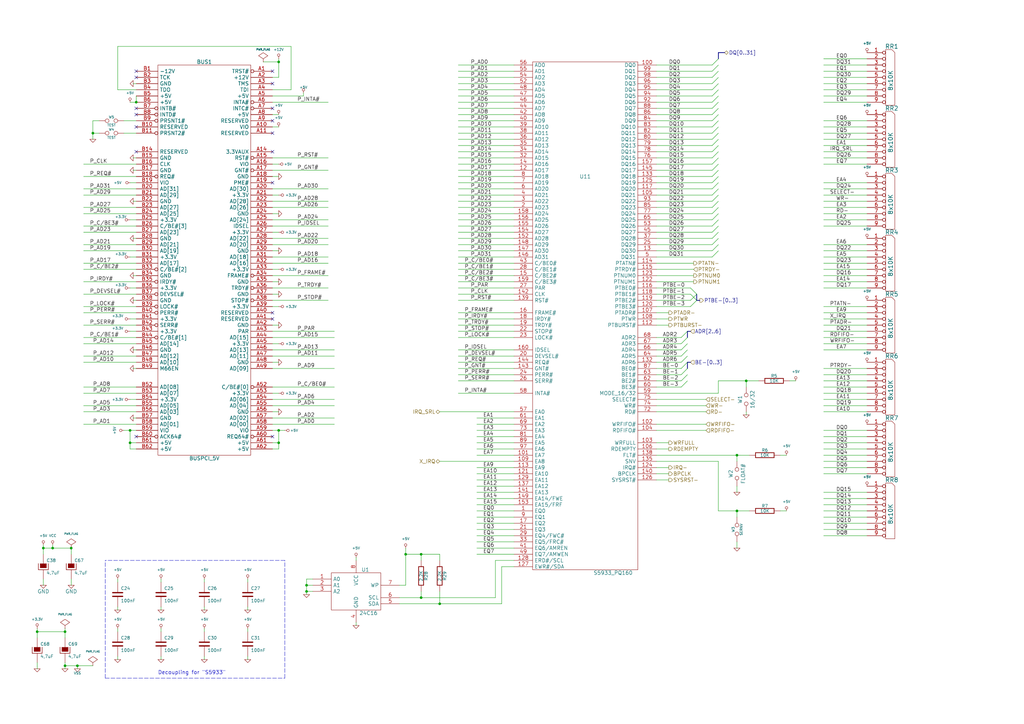
<source format=kicad_sch>
(kicad_sch (version 20210621) (generator eeschema)
  (paper "A3")
  (title_block (title "Video") (date "Sun 22 Mar 2015") (rev "2.0B") (company "Kicad EDA") (comment 1 "Interface Bus PCI"))
  (junction (at 15.24 259.08) (diameter 0.9144))
  (junction (at 17.78 224.79) (diameter 0.9144))
  (junction (at 21.59 224.79) (diameter 0.9144))
  (junction (at 26.67 259.08) (diameter 0.9144))
  (junction (at 26.67 273.05) (diameter 0.9144))
  (junction (at 29.21 224.79) (diameter 0.9144))
  (junction (at 31.75 273.05) (diameter 0.9144))
  (junction (at 38.1 54.61) (diameter 0.9144))
  (junction (at 53.34 176.53) (diameter 0.9144))
  (junction (at 53.34 181.61) (diameter 0.9144))
  (junction (at 55.88 41.91) (diameter 0.9144))
  (junction (at 114.3 25.4) (diameter 0.9144))
  (junction (at 114.3 176.53) (diameter 0.9144))
  (junction (at 114.3 181.61) (diameter 0.9144))
  (junction (at 125.73 240.03) (diameter 0.9144))
  (junction (at 125.73 242.57) (diameter 0.9144))
  (junction (at 166.37 227.33) (diameter 0.9144))
  (junction (at 172.72 227.33) (diameter 0.9144))
  (junction (at 172.72 245.11) (diameter 0.9144))
  (junction (at 180.34 247.65) (diameter 0.9144))
  (junction (at 302.26 186.69) (diameter 0.9144))
  (junction (at 302.26 209.55) (diameter 0.9144))
  (junction (at 306.07 156.21) (diameter 0.9144))
  (no_connect (at 55.88 29.21))
  (no_connect (at 55.88 31.75))
  (no_connect (at 55.88 44.45))
  (no_connect (at 55.88 46.99))
  (no_connect (at 55.88 52.07))
  (no_connect (at 55.88 62.23))
  (no_connect (at 55.88 179.07))
  (no_connect (at 111.76 29.21))
  (no_connect (at 111.76 34.29))
  (no_connect (at 111.76 44.45))
  (no_connect (at 111.76 49.53))
  (no_connect (at 111.76 54.61))
  (no_connect (at 111.76 62.23))
  (no_connect (at 111.76 74.93))
  (no_connect (at 111.76 128.27))
  (no_connect (at 111.76 130.81))
  (no_connect (at 111.76 179.07))
  (bus_entry (at 279.4 138.43) (size 2.54 -2.54) (stroke (width 0.1524)))
  (bus_entry (at 279.4 140.97) (size 2.54 -2.54) (stroke (width 0.1524)))
  (bus_entry (at 279.4 143.51) (size 2.54 -2.54) (stroke (width 0.1524)))
  (bus_entry (at 279.4 146.05) (size 2.54 -2.54) (stroke (width 0.1524)))
  (bus_entry (at 279.4 148.59) (size 2.54 -2.54) (stroke (width 0.1524)))
  (bus_entry (at 279.4 151.13) (size 2.54 -2.54) (stroke (width 0.1524)))
  (bus_entry (at 279.4 153.67) (size 2.54 -2.54) (stroke (width 0.1524)))
  (bus_entry (at 279.4 156.21) (size 2.54 -2.54) (stroke (width 0.1524)))
  (bus_entry (at 279.4 158.75) (size 2.54 -2.54) (stroke (width 0.1524)))
  (bus_entry (at 283.21 118.11) (size 2.54 2.54) (stroke (width 0.1524)))
  (bus_entry (at 283.21 120.65) (size 2.54 2.54) (stroke (width 0.1524)))
  (bus_entry (at 283.21 123.19) (size 2.54 -2.54) (stroke (width 0.1524)))
  (bus_entry (at 283.21 125.73) (size 2.54 -2.54) (stroke (width 0.1524)))
  (bus_entry (at 292.1 26.67) (size 2.54 -2.54) (stroke (width 0.1524)))
  (bus_entry (at 292.1 29.21) (size 2.54 -2.54) (stroke (width 0.1524)))
  (bus_entry (at 292.1 31.75) (size 2.54 -2.54) (stroke (width 0.1524)))
  (bus_entry (at 292.1 34.29) (size 2.54 -2.54) (stroke (width 0.1524)))
  (bus_entry (at 292.1 36.83) (size 2.54 -2.54) (stroke (width 0.1524)))
  (bus_entry (at 292.1 39.37) (size 2.54 -2.54) (stroke (width 0.1524)))
  (bus_entry (at 292.1 41.91) (size 2.54 -2.54) (stroke (width 0.1524)))
  (bus_entry (at 292.1 44.45) (size 2.54 -2.54) (stroke (width 0.1524)))
  (bus_entry (at 292.1 46.99) (size 2.54 -2.54) (stroke (width 0.1524)))
  (bus_entry (at 292.1 49.53) (size 2.54 -2.54) (stroke (width 0.1524)))
  (bus_entry (at 292.1 52.07) (size 2.54 -2.54) (stroke (width 0.1524)))
  (bus_entry (at 292.1 54.61) (size 2.54 -2.54) (stroke (width 0.1524)))
  (bus_entry (at 292.1 57.15) (size 2.54 -2.54) (stroke (width 0.1524)))
  (bus_entry (at 292.1 59.69) (size 2.54 -2.54) (stroke (width 0.1524)))
  (bus_entry (at 292.1 62.23) (size 2.54 -2.54) (stroke (width 0.1524)))
  (bus_entry (at 292.1 64.77) (size 2.54 -2.54) (stroke (width 0.1524)))
  (bus_entry (at 292.1 67.31) (size 2.54 -2.54) (stroke (width 0.1524)))
  (bus_entry (at 292.1 69.85) (size 2.54 -2.54) (stroke (width 0.1524)))
  (bus_entry (at 292.1 72.39) (size 2.54 -2.54) (stroke (width 0.1524)))
  (bus_entry (at 292.1 74.93) (size 2.54 -2.54) (stroke (width 0.1524)))
  (bus_entry (at 292.1 77.47) (size 2.54 -2.54) (stroke (width 0.1524)))
  (bus_entry (at 292.1 80.01) (size 2.54 -2.54) (stroke (width 0.1524)))
  (bus_entry (at 292.1 82.55) (size 2.54 -2.54) (stroke (width 0.1524)))
  (bus_entry (at 292.1 85.09) (size 2.54 -2.54) (stroke (width 0.1524)))
  (bus_entry (at 292.1 87.63) (size 2.54 -2.54) (stroke (width 0.1524)))
  (bus_entry (at 292.1 90.17) (size 2.54 -2.54) (stroke (width 0.1524)))
  (bus_entry (at 292.1 92.71) (size 2.54 -2.54) (stroke (width 0.1524)))
  (bus_entry (at 292.1 95.25) (size 2.54 -2.54) (stroke (width 0.1524)))
  (bus_entry (at 292.1 97.79) (size 2.54 -2.54) (stroke (width 0.1524)))
  (bus_entry (at 292.1 100.33) (size 2.54 -2.54) (stroke (width 0.1524)))
  (bus_entry (at 292.1 102.87) (size 2.54 -2.54) (stroke (width 0.1524)))
  (bus_entry (at 292.1 105.41) (size 2.54 -2.54) (stroke (width 0.1524)))
  (wire (pts (xy 15.24 257.81) (xy 15.24 259.08)))
  (wire (pts (xy 15.24 259.08) (xy 15.24 261.62)))
  (wire (pts (xy 15.24 259.08) (xy 26.67 259.08)))
  (wire (pts (xy 15.24 271.78) (xy 15.24 274.32)))
  (wire (pts (xy 17.78 223.52) (xy 17.78 224.79)))
  (wire (pts (xy 17.78 224.79) (xy 17.78 227.33)))
  (wire (pts (xy 17.78 224.79) (xy 21.59 224.79)))
  (wire (pts (xy 17.78 237.49) (xy 17.78 240.03)))
  (wire (pts (xy 21.59 223.52) (xy 21.59 224.79)))
  (wire (pts (xy 21.59 224.79) (xy 29.21 224.79)))
  (wire (pts (xy 26.67 257.81) (xy 26.67 259.08)))
  (wire (pts (xy 26.67 259.08) (xy 26.67 261.62)))
  (wire (pts (xy 26.67 271.78) (xy 26.67 273.05)))
  (wire (pts (xy 26.67 273.05) (xy 26.67 274.32)))
  (wire (pts (xy 26.67 273.05) (xy 31.75 273.05)))
  (wire (pts (xy 29.21 224.79) (xy 29.21 227.33)))
  (wire (pts (xy 29.21 237.49) (xy 29.21 240.03)))
  (wire (pts (xy 31.75 273.05) (xy 31.75 274.32)))
  (wire (pts (xy 31.75 273.05) (xy 38.1 273.05)))
  (wire (pts (xy 34.29 67.31) (xy 55.88 67.31)))
  (wire (pts (xy 34.29 72.39) (xy 55.88 72.39)))
  (wire (pts (xy 34.29 77.47) (xy 55.88 77.47)))
  (wire (pts (xy 34.29 80.01) (xy 55.88 80.01)))
  (wire (pts (xy 34.29 85.09) (xy 55.88 85.09)))
  (wire (pts (xy 34.29 87.63) (xy 55.88 87.63)))
  (wire (pts (xy 34.29 92.71) (xy 55.88 92.71)))
  (wire (pts (xy 34.29 95.25) (xy 55.88 95.25)))
  (wire (pts (xy 34.29 100.33) (xy 55.88 100.33)))
  (wire (pts (xy 34.29 102.87) (xy 55.88 102.87)))
  (wire (pts (xy 34.29 107.95) (xy 55.88 107.95)))
  (wire (pts (xy 34.29 110.49) (xy 55.88 110.49)))
  (wire (pts (xy 34.29 115.57) (xy 55.88 115.57)))
  (wire (pts (xy 34.29 120.65) (xy 55.88 120.65)))
  (wire (pts (xy 34.29 125.73) (xy 55.88 125.73)))
  (wire (pts (xy 34.29 128.27) (xy 55.88 128.27)))
  (wire (pts (xy 34.29 133.35) (xy 55.88 133.35)))
  (wire (pts (xy 34.29 138.43) (xy 55.88 138.43)))
  (wire (pts (xy 34.29 140.97) (xy 55.88 140.97)))
  (wire (pts (xy 34.29 146.05) (xy 55.88 146.05)))
  (wire (pts (xy 34.29 148.59) (xy 55.88 148.59)))
  (wire (pts (xy 34.29 158.75) (xy 55.88 158.75)))
  (wire (pts (xy 34.29 161.29) (xy 55.88 161.29)))
  (wire (pts (xy 34.29 166.37) (xy 55.88 166.37)))
  (wire (pts (xy 34.29 168.91) (xy 55.88 168.91)))
  (wire (pts (xy 34.29 173.99) (xy 55.88 173.99)))
  (wire (pts (xy 38.1 49.53) (xy 38.1 54.61)))
  (wire (pts (xy 38.1 54.61) (xy 38.1 57.15)))
  (wire (pts (xy 38.1 54.61) (xy 40.64 54.61)))
  (wire (pts (xy 40.64 49.53) (xy 38.1 49.53)))
  (wire (pts (xy 48.26 19.05) (xy 119.38 19.05)))
  (wire (pts (xy 48.26 36.83) (xy 48.26 19.05)))
  (wire (pts (xy 48.26 237.49) (xy 48.26 238.76)))
  (wire (pts (xy 48.26 248.92) (xy 48.26 250.19)))
  (wire (pts (xy 48.26 257.81) (xy 48.26 259.08)))
  (wire (pts (xy 48.26 269.24) (xy 48.26 270.51)))
  (wire (pts (xy 50.8 49.53) (xy 55.88 49.53)))
  (wire (pts (xy 50.8 54.61) (xy 55.88 54.61)))
  (wire (pts (xy 50.8 176.53) (xy 53.34 176.53)))
  (wire (pts (xy 53.34 74.93) (xy 55.88 74.93)))
  (wire (pts (xy 53.34 90.17) (xy 55.88 90.17)))
  (wire (pts (xy 53.34 105.41) (xy 55.88 105.41)))
  (wire (pts (xy 53.34 118.11) (xy 55.88 118.11)))
  (wire (pts (xy 53.34 130.81) (xy 55.88 130.81)))
  (wire (pts (xy 53.34 135.89) (xy 55.88 135.89)))
  (wire (pts (xy 53.34 163.83) (xy 55.88 163.83)))
  (wire (pts (xy 53.34 176.53) (xy 53.34 181.61)))
  (wire (pts (xy 53.34 176.53) (xy 55.88 176.53)))
  (wire (pts (xy 53.34 181.61) (xy 53.34 184.15)))
  (wire (pts (xy 53.34 181.61) (xy 55.88 181.61)))
  (wire (pts (xy 53.34 184.15) (xy 55.88 184.15)))
  (wire (pts (xy 54.61 69.85) (xy 55.88 69.85)))
  (wire (pts (xy 54.61 82.55) (xy 55.88 82.55)))
  (wire (pts (xy 54.61 97.79) (xy 55.88 97.79)))
  (wire (pts (xy 54.61 143.51) (xy 55.88 143.51)))
  (wire (pts (xy 54.61 171.45) (xy 55.88 171.45)))
  (wire (pts (xy 55.88 34.29) (xy 54.61 34.29)))
  (wire (pts (xy 55.88 36.83) (xy 48.26 36.83)))
  (wire (pts (xy 55.88 39.37) (xy 55.88 41.91)))
  (wire (pts (xy 55.88 41.91) (xy 53.34 41.91)))
  (wire (pts (xy 55.88 64.77) (xy 54.61 64.77)))
  (wire (pts (xy 55.88 113.03) (xy 54.61 113.03)))
  (wire (pts (xy 55.88 123.19) (xy 54.61 123.19)))
  (wire (pts (xy 55.88 151.13) (xy 54.61 151.13)))
  (wire (pts (xy 66.04 238.76) (xy 66.04 237.49)))
  (wire (pts (xy 66.04 250.19) (xy 66.04 248.92)))
  (wire (pts (xy 66.04 257.81) (xy 66.04 259.08)))
  (wire (pts (xy 66.04 269.24) (xy 66.04 270.51)))
  (wire (pts (xy 83.82 237.49) (xy 83.82 238.76)))
  (wire (pts (xy 83.82 250.19) (xy 83.82 248.92)))
  (wire (pts (xy 83.82 259.08) (xy 83.82 257.81)))
  (wire (pts (xy 83.82 269.24) (xy 83.82 270.51)))
  (wire (pts (xy 101.6 237.49) (xy 101.6 238.76)))
  (wire (pts (xy 101.6 250.19) (xy 101.6 248.92)))
  (wire (pts (xy 101.6 257.81) (xy 101.6 259.08)))
  (wire (pts (xy 101.6 269.24) (xy 101.6 270.51)))
  (wire (pts (xy 107.95 25.4) (xy 114.3 25.4)))
  (wire (pts (xy 111.76 36.83) (xy 119.38 36.83)))
  (wire (pts (xy 111.76 39.37) (xy 124.46 39.37)))
  (wire (pts (xy 111.76 41.91) (xy 134.62 41.91)))
  (wire (pts (xy 111.76 46.99) (xy 114.3 46.99)))
  (wire (pts (xy 111.76 52.07) (xy 114.3 52.07)))
  (wire (pts (xy 111.76 64.77) (xy 134.62 64.77)))
  (wire (pts (xy 111.76 67.31) (xy 114.3 67.31)))
  (wire (pts (xy 111.76 69.85) (xy 134.62 69.85)))
  (wire (pts (xy 111.76 72.39) (xy 114.3 72.39)))
  (wire (pts (xy 111.76 77.47) (xy 134.62 77.47)))
  (wire (pts (xy 111.76 80.01) (xy 114.3 80.01)))
  (wire (pts (xy 111.76 82.55) (xy 134.62 82.55)))
  (wire (pts (xy 111.76 85.09) (xy 134.62 85.09)))
  (wire (pts (xy 111.76 87.63) (xy 114.3 87.63)))
  (wire (pts (xy 111.76 90.17) (xy 134.62 90.17)))
  (wire (pts (xy 111.76 92.71) (xy 134.62 92.71)))
  (wire (pts (xy 111.76 95.25) (xy 114.3 95.25)))
  (wire (pts (xy 111.76 97.79) (xy 134.62 97.79)))
  (wire (pts (xy 111.76 100.33) (xy 134.62 100.33)))
  (wire (pts (xy 111.76 102.87) (xy 114.3 102.87)))
  (wire (pts (xy 111.76 105.41) (xy 134.62 105.41)))
  (wire (pts (xy 111.76 107.95) (xy 134.62 107.95)))
  (wire (pts (xy 111.76 110.49) (xy 114.3 110.49)))
  (wire (pts (xy 111.76 113.03) (xy 134.62 113.03)))
  (wire (pts (xy 111.76 115.57) (xy 114.3 115.57)))
  (wire (pts (xy 111.76 118.11) (xy 134.62 118.11)))
  (wire (pts (xy 111.76 120.65) (xy 114.3 120.65)))
  (wire (pts (xy 111.76 123.19) (xy 134.62 123.19)))
  (wire (pts (xy 111.76 125.73) (xy 114.3 125.73)))
  (wire (pts (xy 111.76 133.35) (xy 114.3 133.35)))
  (wire (pts (xy 111.76 135.89) (xy 137.16 135.89)))
  (wire (pts (xy 111.76 138.43) (xy 137.16 138.43)))
  (wire (pts (xy 111.76 140.97) (xy 114.3 140.97)))
  (wire (pts (xy 111.76 143.51) (xy 137.16 143.51)))
  (wire (pts (xy 111.76 146.05) (xy 137.16 146.05)))
  (wire (pts (xy 111.76 148.59) (xy 114.3 148.59)))
  (wire (pts (xy 111.76 151.13) (xy 137.16 151.13)))
  (wire (pts (xy 111.76 158.75) (xy 137.16 158.75)))
  (wire (pts (xy 111.76 161.29) (xy 114.3 161.29)))
  (wire (pts (xy 111.76 163.83) (xy 137.16 163.83)))
  (wire (pts (xy 111.76 166.37) (xy 137.16 166.37)))
  (wire (pts (xy 111.76 168.91) (xy 114.3 168.91)))
  (wire (pts (xy 111.76 171.45) (xy 137.16 171.45)))
  (wire (pts (xy 111.76 173.99) (xy 137.16 173.99)))
  (wire (pts (xy 111.76 176.53) (xy 114.3 176.53)))
  (wire (pts (xy 111.76 181.61) (xy 114.3 181.61)))
  (wire (pts (xy 114.3 24.13) (xy 114.3 25.4)))
  (wire (pts (xy 114.3 25.4) (xy 114.3 31.75)))
  (wire (pts (xy 114.3 31.75) (xy 111.76 31.75)))
  (wire (pts (xy 114.3 176.53) (xy 114.3 181.61)))
  (wire (pts (xy 114.3 176.53) (xy 116.84 176.53)))
  (wire (pts (xy 114.3 181.61) (xy 114.3 184.15)))
  (wire (pts (xy 114.3 184.15) (xy 111.76 184.15)))
  (wire (pts (xy 119.38 36.83) (xy 119.38 19.05)))
  (wire (pts (xy 124.46 39.37) (xy 124.46 38.1)))
  (wire (pts (xy 125.73 237.49) (xy 125.73 240.03)))
  (wire (pts (xy 125.73 237.49) (xy 128.27 237.49)))
  (wire (pts (xy 125.73 240.03) (xy 125.73 242.57)))
  (wire (pts (xy 125.73 240.03) (xy 128.27 240.03)))
  (wire (pts (xy 125.73 242.57) (xy 125.73 243.84)))
  (wire (pts (xy 125.73 242.57) (xy 128.27 242.57)))
  (wire (pts (xy 146.05 228.6) (xy 146.05 229.87)))
  (wire (pts (xy 146.05 255.27) (xy 146.05 256.54)))
  (wire (pts (xy 163.83 245.11) (xy 172.72 245.11)))
  (wire (pts (xy 163.83 247.65) (xy 180.34 247.65)))
  (wire (pts (xy 166.37 224.79) (xy 166.37 227.33)))
  (wire (pts (xy 166.37 227.33) (xy 166.37 240.03)))
  (wire (pts (xy 166.37 227.33) (xy 172.72 227.33)))
  (wire (pts (xy 166.37 240.03) (xy 163.83 240.03)))
  (wire (pts (xy 172.72 227.33) (xy 172.72 229.87)))
  (wire (pts (xy 172.72 227.33) (xy 180.34 227.33)))
  (wire (pts (xy 172.72 242.57) (xy 172.72 245.11)))
  (wire (pts (xy 172.72 245.11) (xy 203.2 245.11)))
  (wire (pts (xy 180.34 168.91) (xy 210.82 168.91)))
  (wire (pts (xy 180.34 189.23) (xy 210.82 189.23)))
  (wire (pts (xy 180.34 227.33) (xy 180.34 229.87)))
  (wire (pts (xy 180.34 242.57) (xy 180.34 247.65)))
  (wire (pts (xy 180.34 247.65) (xy 205.74 247.65)))
  (wire (pts (xy 187.96 26.67) (xy 210.82 26.67)))
  (wire (pts (xy 187.96 29.21) (xy 210.82 29.21)))
  (wire (pts (xy 187.96 31.75) (xy 210.82 31.75)))
  (wire (pts (xy 187.96 34.29) (xy 210.82 34.29)))
  (wire (pts (xy 187.96 36.83) (xy 210.82 36.83)))
  (wire (pts (xy 187.96 39.37) (xy 210.82 39.37)))
  (wire (pts (xy 187.96 41.91) (xy 210.82 41.91)))
  (wire (pts (xy 187.96 44.45) (xy 210.82 44.45)))
  (wire (pts (xy 187.96 46.99) (xy 210.82 46.99)))
  (wire (pts (xy 187.96 49.53) (xy 210.82 49.53)))
  (wire (pts (xy 187.96 52.07) (xy 210.82 52.07)))
  (wire (pts (xy 187.96 54.61) (xy 210.82 54.61)))
  (wire (pts (xy 187.96 57.15) (xy 210.82 57.15)))
  (wire (pts (xy 187.96 59.69) (xy 210.82 59.69)))
  (wire (pts (xy 187.96 62.23) (xy 210.82 62.23)))
  (wire (pts (xy 187.96 64.77) (xy 210.82 64.77)))
  (wire (pts (xy 187.96 67.31) (xy 210.82 67.31)))
  (wire (pts (xy 187.96 69.85) (xy 210.82 69.85)))
  (wire (pts (xy 187.96 72.39) (xy 210.82 72.39)))
  (wire (pts (xy 187.96 74.93) (xy 210.82 74.93)))
  (wire (pts (xy 187.96 77.47) (xy 210.82 77.47)))
  (wire (pts (xy 187.96 80.01) (xy 210.82 80.01)))
  (wire (pts (xy 187.96 82.55) (xy 210.82 82.55)))
  (wire (pts (xy 187.96 85.09) (xy 210.82 85.09)))
  (wire (pts (xy 187.96 87.63) (xy 210.82 87.63)))
  (wire (pts (xy 187.96 90.17) (xy 210.82 90.17)))
  (wire (pts (xy 187.96 92.71) (xy 210.82 92.71)))
  (wire (pts (xy 187.96 95.25) (xy 210.82 95.25)))
  (wire (pts (xy 187.96 97.79) (xy 210.82 97.79)))
  (wire (pts (xy 187.96 100.33) (xy 210.82 100.33)))
  (wire (pts (xy 187.96 102.87) (xy 210.82 102.87)))
  (wire (pts (xy 187.96 105.41) (xy 210.82 105.41)))
  (wire (pts (xy 187.96 107.95) (xy 210.82 107.95)))
  (wire (pts (xy 187.96 110.49) (xy 210.82 110.49)))
  (wire (pts (xy 187.96 113.03) (xy 210.82 113.03)))
  (wire (pts (xy 187.96 115.57) (xy 210.82 115.57)))
  (wire (pts (xy 187.96 118.11) (xy 210.82 118.11)))
  (wire (pts (xy 187.96 120.65) (xy 210.82 120.65)))
  (wire (pts (xy 187.96 123.19) (xy 210.82 123.19)))
  (wire (pts (xy 187.96 128.27) (xy 210.82 128.27)))
  (wire (pts (xy 187.96 130.81) (xy 210.82 130.81)))
  (wire (pts (xy 187.96 133.35) (xy 210.82 133.35)))
  (wire (pts (xy 187.96 135.89) (xy 210.82 135.89)))
  (wire (pts (xy 187.96 138.43) (xy 210.82 138.43)))
  (wire (pts (xy 187.96 143.51) (xy 210.82 143.51)))
  (wire (pts (xy 187.96 146.05) (xy 210.82 146.05)))
  (wire (pts (xy 187.96 148.59) (xy 210.82 148.59)))
  (wire (pts (xy 187.96 151.13) (xy 210.82 151.13)))
  (wire (pts (xy 187.96 153.67) (xy 210.82 153.67)))
  (wire (pts (xy 187.96 156.21) (xy 210.82 156.21)))
  (wire (pts (xy 187.96 161.29) (xy 210.82 161.29)))
  (wire (pts (xy 195.58 171.45) (xy 210.82 171.45)))
  (wire (pts (xy 195.58 173.99) (xy 210.82 173.99)))
  (wire (pts (xy 195.58 176.53) (xy 210.82 176.53)))
  (wire (pts (xy 195.58 179.07) (xy 210.82 179.07)))
  (wire (pts (xy 195.58 181.61) (xy 210.82 181.61)))
  (wire (pts (xy 195.58 184.15) (xy 210.82 184.15)))
  (wire (pts (xy 195.58 186.69) (xy 210.82 186.69)))
  (wire (pts (xy 195.58 191.77) (xy 210.82 191.77)))
  (wire (pts (xy 195.58 194.31) (xy 210.82 194.31)))
  (wire (pts (xy 195.58 196.85) (xy 210.82 196.85)))
  (wire (pts (xy 195.58 199.39) (xy 210.82 199.39)))
  (wire (pts (xy 195.58 201.93) (xy 210.82 201.93)))
  (wire (pts (xy 195.58 204.47) (xy 210.82 204.47)))
  (wire (pts (xy 195.58 207.01) (xy 210.82 207.01)))
  (wire (pts (xy 195.58 209.55) (xy 210.82 209.55)))
  (wire (pts (xy 195.58 212.09) (xy 210.82 212.09)))
  (wire (pts (xy 195.58 214.63) (xy 210.82 214.63)))
  (wire (pts (xy 195.58 217.17) (xy 210.82 217.17)))
  (wire (pts (xy 195.58 219.71) (xy 210.82 219.71)))
  (wire (pts (xy 195.58 222.25) (xy 210.82 222.25)))
  (wire (pts (xy 195.58 224.79) (xy 210.82 224.79)))
  (wire (pts (xy 195.58 227.33) (xy 210.82 227.33)))
  (wire (pts (xy 203.2 245.11) (xy 203.2 229.87)))
  (wire (pts (xy 205.74 247.65) (xy 205.74 232.41)))
  (wire (pts (xy 210.82 229.87) (xy 203.2 229.87)))
  (wire (pts (xy 210.82 232.41) (xy 205.74 232.41)))
  (wire (pts (xy 269.24 26.67) (xy 292.1 26.67)))
  (wire (pts (xy 269.24 29.21) (xy 292.1 29.21)))
  (wire (pts (xy 269.24 31.75) (xy 292.1 31.75)))
  (wire (pts (xy 269.24 34.29) (xy 292.1 34.29)))
  (wire (pts (xy 269.24 36.83) (xy 292.1 36.83)))
  (wire (pts (xy 269.24 39.37) (xy 292.1 39.37)))
  (wire (pts (xy 269.24 41.91) (xy 292.1 41.91)))
  (wire (pts (xy 269.24 44.45) (xy 292.1 44.45)))
  (wire (pts (xy 269.24 46.99) (xy 292.1 46.99)))
  (wire (pts (xy 269.24 49.53) (xy 292.1 49.53)))
  (wire (pts (xy 269.24 52.07) (xy 292.1 52.07)))
  (wire (pts (xy 269.24 54.61) (xy 292.1 54.61)))
  (wire (pts (xy 269.24 57.15) (xy 292.1 57.15)))
  (wire (pts (xy 269.24 59.69) (xy 292.1 59.69)))
  (wire (pts (xy 269.24 62.23) (xy 292.1 62.23)))
  (wire (pts (xy 269.24 64.77) (xy 292.1 64.77)))
  (wire (pts (xy 269.24 67.31) (xy 292.1 67.31)))
  (wire (pts (xy 269.24 69.85) (xy 292.1 69.85)))
  (wire (pts (xy 269.24 72.39) (xy 292.1 72.39)))
  (wire (pts (xy 269.24 74.93) (xy 292.1 74.93)))
  (wire (pts (xy 269.24 77.47) (xy 292.1 77.47)))
  (wire (pts (xy 269.24 80.01) (xy 292.1 80.01)))
  (wire (pts (xy 269.24 82.55) (xy 292.1 82.55)))
  (wire (pts (xy 269.24 85.09) (xy 292.1 85.09)))
  (wire (pts (xy 269.24 87.63) (xy 292.1 87.63)))
  (wire (pts (xy 269.24 90.17) (xy 292.1 90.17)))
  (wire (pts (xy 269.24 92.71) (xy 292.1 92.71)))
  (wire (pts (xy 269.24 95.25) (xy 292.1 95.25)))
  (wire (pts (xy 269.24 97.79) (xy 292.1 97.79)))
  (wire (pts (xy 269.24 100.33) (xy 292.1 100.33)))
  (wire (pts (xy 269.24 102.87) (xy 292.1 102.87)))
  (wire (pts (xy 269.24 105.41) (xy 292.1 105.41)))
  (wire (pts (xy 269.24 107.95) (xy 284.48 107.95)))
  (wire (pts (xy 269.24 110.49) (xy 284.48 110.49)))
  (wire (pts (xy 269.24 113.03) (xy 284.48 113.03)))
  (wire (pts (xy 269.24 115.57) (xy 284.48 115.57)))
  (wire (pts (xy 269.24 118.11) (xy 283.21 118.11)))
  (wire (pts (xy 269.24 120.65) (xy 283.21 120.65)))
  (wire (pts (xy 269.24 123.19) (xy 283.21 123.19)))
  (wire (pts (xy 269.24 125.73) (xy 283.21 125.73)))
  (wire (pts (xy 269.24 128.27) (xy 274.32 128.27)))
  (wire (pts (xy 269.24 130.81) (xy 274.32 130.81)))
  (wire (pts (xy 269.24 133.35) (xy 274.32 133.35)))
  (wire (pts (xy 269.24 138.43) (xy 279.4 138.43)))
  (wire (pts (xy 269.24 140.97) (xy 279.4 140.97)))
  (wire (pts (xy 269.24 143.51) (xy 279.4 143.51)))
  (wire (pts (xy 269.24 146.05) (xy 279.4 146.05)))
  (wire (pts (xy 269.24 148.59) (xy 279.4 148.59)))
  (wire (pts (xy 269.24 151.13) (xy 279.4 151.13)))
  (wire (pts (xy 269.24 153.67) (xy 279.4 153.67)))
  (wire (pts (xy 269.24 156.21) (xy 279.4 156.21)))
  (wire (pts (xy 269.24 158.75) (xy 279.4 158.75)))
  (wire (pts (xy 269.24 161.29) (xy 294.64 161.29)))
  (wire (pts (xy 269.24 163.83) (xy 289.56 163.83)))
  (wire (pts (xy 269.24 166.37) (xy 289.56 166.37)))
  (wire (pts (xy 269.24 168.91) (xy 289.56 168.91)))
  (wire (pts (xy 269.24 173.99) (xy 289.56 173.99)))
  (wire (pts (xy 269.24 176.53) (xy 289.56 176.53)))
  (wire (pts (xy 269.24 181.61) (xy 274.32 181.61)))
  (wire (pts (xy 269.24 184.15) (xy 274.32 184.15)))
  (wire (pts (xy 269.24 186.69) (xy 302.26 186.69)))
  (wire (pts (xy 269.24 189.23) (xy 294.64 189.23)))
  (wire (pts (xy 269.24 191.77) (xy 274.32 191.77)))
  (wire (pts (xy 269.24 194.31) (xy 274.32 194.31)))
  (wire (pts (xy 269.24 196.85) (xy 274.32 196.85)))
  (wire (pts (xy 294.64 156.21) (xy 306.07 156.21)))
  (wire (pts (xy 294.64 161.29) (xy 294.64 156.21)))
  (wire (pts (xy 294.64 189.23) (xy 294.64 209.55)))
  (wire (pts (xy 294.64 209.55) (xy 302.26 209.55)))
  (wire (pts (xy 302.26 186.69) (xy 302.26 189.23)))
  (wire (pts (xy 302.26 186.69) (xy 307.34 186.69)))
  (wire (pts (xy 302.26 199.39) (xy 302.26 201.93)))
  (wire (pts (xy 302.26 209.55) (xy 302.26 212.09)))
  (wire (pts (xy 302.26 209.55) (xy 307.34 209.55)))
  (wire (pts (xy 302.26 222.25) (xy 302.26 224.79)))
  (wire (pts (xy 306.07 156.21) (xy 306.07 158.75)))
  (wire (pts (xy 306.07 156.21) (xy 311.15 156.21)))
  (wire (pts (xy 306.07 170.18) (xy 306.07 168.91)))
  (wire (pts (xy 320.04 186.69) (xy 322.58 186.69)))
  (wire (pts (xy 320.04 209.55) (xy 322.58 209.55)))
  (wire (pts (xy 323.85 156.21) (xy 326.39 156.21)))
  (wire (pts (xy 337.82 24.13) (xy 355.6 24.13)))
  (wire (pts (xy 337.82 26.67) (xy 355.6 26.67)))
  (wire (pts (xy 337.82 29.21) (xy 355.6 29.21)))
  (wire (pts (xy 337.82 31.75) (xy 355.6 31.75)))
  (wire (pts (xy 337.82 34.29) (xy 355.6 34.29)))
  (wire (pts (xy 337.82 36.83) (xy 355.6 36.83)))
  (wire (pts (xy 337.82 39.37) (xy 355.6 39.37)))
  (wire (pts (xy 337.82 41.91) (xy 355.6 41.91)))
  (wire (pts (xy 337.82 49.53) (xy 355.6 49.53)))
  (wire (pts (xy 337.82 52.07) (xy 355.6 52.07)))
  (wire (pts (xy 337.82 54.61) (xy 355.6 54.61)))
  (wire (pts (xy 337.82 57.15) (xy 355.6 57.15)))
  (wire (pts (xy 337.82 59.69) (xy 355.6 59.69)))
  (wire (pts (xy 337.82 62.23) (xy 355.6 62.23)))
  (wire (pts (xy 337.82 64.77) (xy 355.6 64.77)))
  (wire (pts (xy 337.82 67.31) (xy 355.6 67.31)))
  (wire (pts (xy 337.82 74.93) (xy 355.6 74.93)))
  (wire (pts (xy 337.82 77.47) (xy 355.6 77.47)))
  (wire (pts (xy 337.82 80.01) (xy 355.6 80.01)))
  (wire (pts (xy 337.82 82.55) (xy 355.6 82.55)))
  (wire (pts (xy 337.82 85.09) (xy 355.6 85.09)))
  (wire (pts (xy 337.82 87.63) (xy 355.6 87.63)))
  (wire (pts (xy 337.82 90.17) (xy 355.6 90.17)))
  (wire (pts (xy 337.82 92.71) (xy 355.6 92.71)))
  (wire (pts (xy 337.82 100.33) (xy 355.6 100.33)))
  (wire (pts (xy 337.82 102.87) (xy 355.6 102.87)))
  (wire (pts (xy 337.82 105.41) (xy 355.6 105.41)))
  (wire (pts (xy 337.82 107.95) (xy 355.6 107.95)))
  (wire (pts (xy 337.82 110.49) (xy 355.6 110.49)))
  (wire (pts (xy 337.82 113.03) (xy 355.6 113.03)))
  (wire (pts (xy 337.82 115.57) (xy 355.6 115.57)))
  (wire (pts (xy 337.82 118.11) (xy 355.6 118.11)))
  (wire (pts (xy 337.82 125.73) (xy 355.6 125.73)))
  (wire (pts (xy 337.82 128.27) (xy 355.6 128.27)))
  (wire (pts (xy 337.82 130.81) (xy 355.6 130.81)))
  (wire (pts (xy 337.82 133.35) (xy 355.6 133.35)))
  (wire (pts (xy 337.82 135.89) (xy 355.6 135.89)))
  (wire (pts (xy 337.82 138.43) (xy 355.6 138.43)))
  (wire (pts (xy 337.82 140.97) (xy 355.6 140.97)))
  (wire (pts (xy 337.82 143.51) (xy 355.6 143.51)))
  (wire (pts (xy 337.82 151.13) (xy 355.6 151.13)))
  (wire (pts (xy 337.82 153.67) (xy 355.6 153.67)))
  (wire (pts (xy 337.82 156.21) (xy 355.6 156.21)))
  (wire (pts (xy 337.82 158.75) (xy 355.6 158.75)))
  (wire (pts (xy 337.82 161.29) (xy 355.6 161.29)))
  (wire (pts (xy 337.82 163.83) (xy 355.6 163.83)))
  (wire (pts (xy 337.82 166.37) (xy 355.6 166.37)))
  (wire (pts (xy 337.82 168.91) (xy 355.6 168.91)))
  (wire (pts (xy 337.82 176.53) (xy 355.6 176.53)))
  (wire (pts (xy 337.82 179.07) (xy 355.6 179.07)))
  (wire (pts (xy 337.82 181.61) (xy 355.6 181.61)))
  (wire (pts (xy 337.82 184.15) (xy 355.6 184.15)))
  (wire (pts (xy 337.82 186.69) (xy 355.6 186.69)))
  (wire (pts (xy 337.82 189.23) (xy 355.6 189.23)))
  (wire (pts (xy 337.82 191.77) (xy 355.6 191.77)))
  (wire (pts (xy 337.82 194.31) (xy 355.6 194.31)))
  (wire (pts (xy 337.82 201.93) (xy 355.6 201.93)))
  (wire (pts (xy 337.82 204.47) (xy 355.6 204.47)))
  (wire (pts (xy 337.82 207.01) (xy 355.6 207.01)))
  (wire (pts (xy 337.82 209.55) (xy 355.6 209.55)))
  (wire (pts (xy 337.82 212.09) (xy 355.6 212.09)))
  (wire (pts (xy 337.82 214.63) (xy 355.6 214.63)))
  (wire (pts (xy 337.82 217.17) (xy 355.6 217.17)))
  (wire (pts (xy 337.82 219.71) (xy 355.6 219.71)))
  (bus (pts (xy 281.94 135.89) (xy 281.94 146.05)))
  (bus (pts (xy 281.94 135.89) (xy 283.21 135.89)))
  (bus (pts (xy 281.94 148.59) (xy 281.94 156.21)))
  (bus (pts (xy 281.94 148.59) (xy 283.21 148.59)))
  (bus (pts (xy 285.75 123.19) (xy 285.75 120.65)))
  (bus (pts (xy 287.02 123.19) (xy 285.75 123.19)))
  (bus (pts (xy 294.64 21.59) (xy 294.64 102.87)))
  (bus (pts (xy 294.64 21.59) (xy 297.18 21.59)))
  (polyline (pts (xy 43.18 278.13) (xy 43.18 229.87)) (stroke (width 0) (type dash)))
  (polyline (pts (xy 43.18 278.13) (xy 116.84 278.13)) (stroke (width 0) (type dash)))
  (polyline (pts (xy 116.84 229.87) (xy 43.18 229.87)) (stroke (width 0) (type dash)))
  (polyline (pts (xy 116.84 278.13) (xy 116.84 229.87)) (stroke (width 0) (type dash)))
  (text "Decoupling for \"S5933\"" (at 64.77 276.86 0) (effects (font (size 1.524 1.524)) (justify left bottom)))
  (label "P_CLK" (at 36.83 67.31 0) (effects (font (size 1.524 1.524))))
  (label "P_REQ#" (at 36.83 72.39 0) (effects (font (size 1.524 1.524))))
  (label "P_AD31" (at 36.83 77.47 0) (effects (font (size 1.524 1.524))))
  (label "P_AD29" (at 36.83 80.01 0) (effects (font (size 1.524 1.524))))
  (label "P_AD27" (at 36.83 85.09 0) (effects (font (size 1.524 1.524))))
  (label "P_AD25" (at 36.83 87.63 0) (effects (font (size 1.524 1.524))))
  (label "P_C/BE3#" (at 36.83 92.71 0) (effects (font (size 1.524 1.524))))
  (label "P_AD23" (at 36.83 95.25 0) (effects (font (size 1.524 1.524))))
  (label "P_AD21" (at 36.83 100.33 0) (effects (font (size 1.524 1.524))))
  (label "P_AD19" (at 36.83 102.87 0) (effects (font (size 1.524 1.524))))
  (label "P_AD17" (at 36.83 107.95 0) (effects (font (size 1.524 1.524))))
  (label "P_C/BE2#" (at 36.83 110.49 0) (effects (font (size 1.524 1.524))))
  (label "P_IRDY#" (at 36.83 115.57 0) (effects (font (size 1.524 1.524))))
  (label "P_DEVSEL#" (at 36.83 120.65 0) (effects (font (size 1.524 1.524))))
  (label "P_LOCK#" (at 36.83 125.73 0) (effects (font (size 1.524 1.524))))
  (label "P_PERR#" (at 36.83 128.27 0) (effects (font (size 1.524 1.524))))
  (label "P_SERR#" (at 36.83 133.35 0) (effects (font (size 1.524 1.524))))
  (label "P_C/BE1#" (at 36.83 138.43 0) (effects (font (size 1.524 1.524))))
  (label "P_AD14" (at 38.1 140.97 0) (effects (font (size 1.524 1.524))))
  (label "P_AD12" (at 38.1 146.05 0) (effects (font (size 1.524 1.524))))
  (label "P_AD10" (at 38.1 148.59 0) (effects (font (size 1.524 1.524))))
  (label "P_AD8" (at 38.1 158.75 0) (effects (font (size 1.524 1.524))))
  (label "P_AD7" (at 38.1 161.29 0) (effects (font (size 1.524 1.524))))
  (label "P_AD5" (at 38.1 166.37 0) (effects (font (size 1.524 1.524))))
  (label "P_AD3" (at 38.1 168.91 0) (effects (font (size 1.524 1.524))))
  (label "P_AD1" (at 38.1 173.99 0) (effects (font (size 1.524 1.524))))
  (label "P_INTA#" (at 121.92 41.91 0) (effects (font (size 1.524 1.524))))
  (label "P_RST#" (at 121.92 64.77 0) (effects (font (size 1.524 1.524))))
  (label "P_GNT#" (at 121.92 69.85 0) (effects (font (size 1.524 1.524))))
  (label "P_AD30" (at 121.92 77.47 0) (effects (font (size 1.524 1.524))))
  (label "P_AD28" (at 121.92 82.55 0) (effects (font (size 1.524 1.524))))
  (label "P_AD26" (at 121.92 85.09 0) (effects (font (size 1.524 1.524))))
  (label "P_AD24" (at 121.92 90.17 0) (effects (font (size 1.524 1.524))))
  (label "P_IDSEL" (at 121.92 92.71 0) (effects (font (size 1.524 1.524))))
  (label "P_AD22" (at 121.92 97.79 0) (effects (font (size 1.524 1.524))))
  (label "P_AD20" (at 121.92 100.33 0) (effects (font (size 1.524 1.524))))
  (label "P_AD18" (at 121.92 105.41 0) (effects (font (size 1.524 1.524))))
  (label "P_AD16" (at 121.92 107.95 0) (effects (font (size 1.524 1.524))))
  (label "P_FRAME#" (at 121.92 113.03 0) (effects (font (size 1.524 1.524))))
  (label "P_TRDY#" (at 121.92 118.11 0) (effects (font (size 1.524 1.524))))
  (label "P_STOP#" (at 121.92 123.19 0) (effects (font (size 1.524 1.524))))
  (label "P_PAR" (at 121.92 135.89 0) (effects (font (size 1.524 1.524))))
  (label "P_AD15" (at 121.92 138.43 0) (effects (font (size 1.524 1.524))))
  (label "P_AD13" (at 121.92 143.51 0) (effects (font (size 1.524 1.524))))
  (label "P_AD11" (at 121.92 146.05 0) (effects (font (size 1.524 1.524))))
  (label "P_AD9" (at 121.92 151.13 0) (effects (font (size 1.524 1.524))))
  (label "P_C/BE0#" (at 121.92 158.75 0) (effects (font (size 1.524 1.524))))
  (label "P_AD6" (at 121.92 163.83 0) (effects (font (size 1.524 1.524))))
  (label "P_AD4" (at 121.92 166.37 0) (effects (font (size 1.524 1.524))))
  (label "P_AD2" (at 121.92 171.45 0) (effects (font (size 1.524 1.524))))
  (label "P_AD0" (at 121.92 173.99 0) (effects (font (size 1.524 1.524))))
  (label "P_C/BE0#" (at 190.5 107.95 0) (effects (font (size 1.524 1.524))))
  (label "P_C/BE1#" (at 190.5 110.49 0) (effects (font (size 1.524 1.524))))
  (label "P_C/BE2#" (at 190.5 113.03 0) (effects (font (size 1.524 1.524))))
  (label "P_C/BE3#" (at 190.5 115.57 0) (effects (font (size 1.524 1.524))))
  (label "P_FRAME#" (at 190.5 128.27 0) (effects (font (size 1.524 1.524))))
  (label "P_IRDY#" (at 190.5 130.81 0) (effects (font (size 1.524 1.524))))
  (label "P_TRDY#" (at 190.5 133.35 0) (effects (font (size 1.524 1.524))))
  (label "P_STOP#" (at 190.5 135.89 0) (effects (font (size 1.524 1.524))))
  (label "P_LOCK#" (at 190.5 138.43 0) (effects (font (size 1.524 1.524))))
  (label "P_IDSEL" (at 190.5 143.51 0) (effects (font (size 1.524 1.524))))
  (label "P_DEVSEL#" (at 190.5 146.05 0) (effects (font (size 1.524 1.524))))
  (label "P_REQ#" (at 190.5 148.59 0) (effects (font (size 1.524 1.524))))
  (label "P_GNT#" (at 190.5 151.13 0) (effects (font (size 1.524 1.524))))
  (label "P_PERR#" (at 190.5 153.67 0) (effects (font (size 1.524 1.524))))
  (label "P_SERR#" (at 190.5 156.21 0) (effects (font (size 1.524 1.524))))
  (label "P_INTA#" (at 190.5 161.29 0) (effects (font (size 1.524 1.524))))
  (label "P_AD0" (at 193.04 26.67 0) (effects (font (size 1.524 1.524))))
  (label "P_AD1" (at 193.04 29.21 0) (effects (font (size 1.524 1.524))))
  (label "P_AD2" (at 193.04 31.75 0) (effects (font (size 1.524 1.524))))
  (label "P_AD3" (at 193.04 34.29 0) (effects (font (size 1.524 1.524))))
  (label "P_AD4" (at 193.04 36.83 0) (effects (font (size 1.524 1.524))))
  (label "P_AD5" (at 193.04 39.37 0) (effects (font (size 1.524 1.524))))
  (label "P_AD6" (at 193.04 41.91 0) (effects (font (size 1.524 1.524))))
  (label "P_AD7" (at 193.04 44.45 0) (effects (font (size 1.524 1.524))))
  (label "P_AD8" (at 193.04 46.99 0) (effects (font (size 1.524 1.524))))
  (label "P_AD9" (at 193.04 49.53 0) (effects (font (size 1.524 1.524))))
  (label "P_AD10" (at 193.04 52.07 0) (effects (font (size 1.524 1.524))))
  (label "P_AD11" (at 193.04 54.61 0) (effects (font (size 1.524 1.524))))
  (label "P_AD12" (at 193.04 57.15 0) (effects (font (size 1.524 1.524))))
  (label "P_AD13" (at 193.04 59.69 0) (effects (font (size 1.524 1.524))))
  (label "P_AD14" (at 193.04 62.23 0) (effects (font (size 1.524 1.524))))
  (label "P_AD15" (at 193.04 64.77 0) (effects (font (size 1.524 1.524))))
  (label "P_AD16" (at 193.04 67.31 0) (effects (font (size 1.524 1.524))))
  (label "P_AD17" (at 193.04 69.85 0) (effects (font (size 1.524 1.524))))
  (label "P_AD18" (at 193.04 72.39 0) (effects (font (size 1.524 1.524))))
  (label "P_AD19" (at 193.04 74.93 0) (effects (font (size 1.524 1.524))))
  (label "P_AD20" (at 193.04 77.47 0) (effects (font (size 1.524 1.524))))
  (label "P_AD21" (at 193.04 80.01 0) (effects (font (size 1.524 1.524))))
  (label "P_AD22" (at 193.04 82.55 0) (effects (font (size 1.524 1.524))))
  (label "P_AD23" (at 193.04 85.09 0) (effects (font (size 1.524 1.524))))
  (label "P_AD24" (at 193.04 87.63 0) (effects (font (size 1.524 1.524))))
  (label "P_AD25" (at 193.04 90.17 0) (effects (font (size 1.524 1.524))))
  (label "P_AD26" (at 193.04 92.71 0) (effects (font (size 1.524 1.524))))
  (label "P_AD27" (at 193.04 95.25 0) (effects (font (size 1.524 1.524))))
  (label "P_AD28" (at 193.04 97.79 0) (effects (font (size 1.524 1.524))))
  (label "P_AD29" (at 193.04 100.33 0) (effects (font (size 1.524 1.524))))
  (label "P_AD30" (at 193.04 102.87 0) (effects (font (size 1.524 1.524))))
  (label "P_AD31" (at 193.04 105.41 0) (effects (font (size 1.524 1.524))))
  (label "P_PAR" (at 193.04 118.11 0) (effects (font (size 1.524 1.524))))
  (label "P_CLK" (at 193.04 120.65 0) (effects (font (size 1.524 1.524))))
  (label "P_RST#" (at 193.04 123.19 0) (effects (font (size 1.524 1.524))))
  (label "EA1" (at 198.12 171.45 0) (effects (font (size 1.524 1.524))))
  (label "EA2" (at 198.12 173.99 0) (effects (font (size 1.524 1.524))))
  (label "EA3" (at 198.12 176.53 0) (effects (font (size 1.524 1.524))))
  (label "EA4" (at 198.12 179.07 0) (effects (font (size 1.524 1.524))))
  (label "EA5" (at 198.12 181.61 0) (effects (font (size 1.524 1.524))))
  (label "EA6" (at 198.12 184.15 0) (effects (font (size 1.524 1.524))))
  (label "EA7" (at 198.12 186.69 0) (effects (font (size 1.524 1.524))))
  (label "EA9" (at 198.12 191.77 0) (effects (font (size 1.524 1.524))))
  (label "EA10" (at 198.12 194.31 0) (effects (font (size 1.524 1.524))))
  (label "EA11" (at 198.12 196.85 0) (effects (font (size 1.524 1.524))))
  (label "EA12" (at 198.12 199.39 0) (effects (font (size 1.524 1.524))))
  (label "EA13" (at 198.12 201.93 0) (effects (font (size 1.524 1.524))))
  (label "EA14" (at 198.12 204.47 0) (effects (font (size 1.524 1.524))))
  (label "EA15" (at 198.12 207.01 0) (effects (font (size 1.524 1.524))))
  (label "EQ0" (at 198.12 209.55 0) (effects (font (size 1.524 1.524))))
  (label "EQ1" (at 198.12 212.09 0) (effects (font (size 1.524 1.524))))
  (label "EQ2" (at 198.12 214.63 0) (effects (font (size 1.524 1.524))))
  (label "EQ3" (at 198.12 217.17 0) (effects (font (size 1.524 1.524))))
  (label "EQ4" (at 198.12 219.71 0) (effects (font (size 1.524 1.524))))
  (label "EQ5" (at 198.12 222.25 0) (effects (font (size 1.524 1.524))))
  (label "EQ6" (at 198.12 224.79 0) (effects (font (size 1.524 1.524))))
  (label "EQ7" (at 198.12 227.33 0) (effects (font (size 1.524 1.524))))
  (label "PTBE-0" (at 271.78 118.11 0) (effects (font (size 1.524 1.524))))
  (label "PTBE-1" (at 271.78 120.65 0) (effects (font (size 1.524 1.524))))
  (label "PTBE-2" (at 271.78 123.19 0) (effects (font (size 1.524 1.524))))
  (label "PTBE-3" (at 271.78 125.73 0) (effects (font (size 1.524 1.524))))
  (label "ADR2" (at 271.78 138.43 0) (effects (font (size 1.524 1.524))))
  (label "ADR3" (at 271.78 140.97 0) (effects (font (size 1.524 1.524))))
  (label "ADR4" (at 271.78 143.51 0) (effects (font (size 1.524 1.524))))
  (label "ADR5" (at 271.78 146.05 0) (effects (font (size 1.524 1.524))))
  (label "ADR6" (at 271.78 148.59 0) (effects (font (size 1.524 1.524))))
  (label "BE-0" (at 271.78 151.13 0) (effects (font (size 1.524 1.524))))
  (label "BE-1" (at 271.78 153.67 0) (effects (font (size 1.524 1.524))))
  (label "BE-2" (at 271.78 156.21 0) (effects (font (size 1.524 1.524))))
  (label "BE-3" (at 271.78 158.75 0) (effects (font (size 1.524 1.524))))
  (label "DQ0" (at 274.32 26.67 0) (effects (font (size 1.524 1.524))))
  (label "DQ1" (at 274.32 29.21 0) (effects (font (size 1.524 1.524))))
  (label "DQ2" (at 274.32 31.75 0) (effects (font (size 1.524 1.524))))
  (label "DQ3" (at 274.32 34.29 0) (effects (font (size 1.524 1.524))))
  (label "DQ4" (at 274.32 36.83 0) (effects (font (size 1.524 1.524))))
  (label "DQ5" (at 274.32 39.37 0) (effects (font (size 1.524 1.524))))
  (label "DQ6" (at 274.32 41.91 0) (effects (font (size 1.524 1.524))))
  (label "DQ7" (at 274.32 44.45 0) (effects (font (size 1.524 1.524))))
  (label "DQ8" (at 274.32 46.99 0) (effects (font (size 1.524 1.524))))
  (label "DQ9" (at 274.32 49.53 0) (effects (font (size 1.524 1.524))))
  (label "DQ10" (at 274.32 52.07 0) (effects (font (size 1.524 1.524))))
  (label "DQ11" (at 274.32 54.61 0) (effects (font (size 1.524 1.524))))
  (label "DQ12" (at 274.32 57.15 0) (effects (font (size 1.524 1.524))))
  (label "DQ13" (at 274.32 59.69 0) (effects (font (size 1.524 1.524))))
  (label "DQ14" (at 274.32 62.23 0) (effects (font (size 1.524 1.524))))
  (label "DQ15" (at 274.32 64.77 0) (effects (font (size 1.524 1.524))))
  (label "DQ16" (at 274.32 67.31 0) (effects (font (size 1.524 1.524))))
  (label "DQ17" (at 274.32 69.85 0) (effects (font (size 1.524 1.524))))
  (label "DQ18" (at 274.32 72.39 0) (effects (font (size 1.524 1.524))))
  (label "DQ19" (at 274.32 74.93 0) (effects (font (size 1.524 1.524))))
  (label "DQ20" (at 274.32 77.47 0) (effects (font (size 1.524 1.524))))
  (label "DQ21" (at 274.32 80.01 0) (effects (font (size 1.524 1.524))))
  (label "DQ22" (at 274.32 82.55 0) (effects (font (size 1.524 1.524))))
  (label "DQ23" (at 274.32 85.09 0) (effects (font (size 1.524 1.524))))
  (label "DQ24" (at 274.32 87.63 0) (effects (font (size 1.524 1.524))))
  (label "DQ25" (at 274.32 90.17 0) (effects (font (size 1.524 1.524))))
  (label "DQ26" (at 274.32 92.71 0) (effects (font (size 1.524 1.524))))
  (label "DQ27" (at 274.32 95.25 0) (effects (font (size 1.524 1.524))))
  (label "DQ28" (at 274.32 97.79 0) (effects (font (size 1.524 1.524))))
  (label "DQ29" (at 274.32 100.33 0) (effects (font (size 1.524 1.524))))
  (label "DQ30" (at 274.32 102.87 0) (effects (font (size 1.524 1.524))))
  (label "DQ31" (at 274.32 105.41 0) (effects (font (size 1.524 1.524))))
  (label "IRQ_SRL" (at 340.36 62.23 0) (effects (font (size 1.524 1.524))))
  (label "SELECT-" (at 340.36 80.01 0) (effects (font (size 1.524 1.524))))
  (label "PTATN-" (at 340.36 125.73 0) (effects (font (size 1.524 1.524))))
  (label "X_IRQ" (at 340.36 130.81 0) (effects (font (size 1.524 1.524))))
  (label "PTADR-" (at 340.36 133.35 0) (effects (font (size 1.524 1.524))))
  (label "RDFIFO-" (at 340.36 138.43 0) (effects (font (size 1.524 1.524))))
  (label "WRFIFO-" (at 340.36 140.97 0) (effects (font (size 1.524 1.524))))
  (label "PTRDY-" (at 340.36 151.13 0) (effects (font (size 1.524 1.524))))
  (label "EQ0" (at 342.9 24.13 0) (effects (font (size 1.524 1.524))))
  (label "DQ31" (at 342.9 26.67 0) (effects (font (size 1.524 1.524))))
  (label "EQ1" (at 342.9 29.21 0) (effects (font (size 1.524 1.524))))
  (label "DQ30" (at 342.9 31.75 0) (effects (font (size 1.524 1.524))))
  (label "EQ2" (at 342.9 34.29 0) (effects (font (size 1.524 1.524))))
  (label "EQ3" (at 342.9 36.83 0) (effects (font (size 1.524 1.524))))
  (label "DQ29" (at 342.9 39.37 0) (effects (font (size 1.524 1.524))))
  (label "EQ4" (at 342.9 41.91 0) (effects (font (size 1.524 1.524))))
  (label "EQ6" (at 342.9 49.53 0) (effects (font (size 1.524 1.524))))
  (label "DQ28" (at 342.9 52.07 0) (effects (font (size 1.524 1.524))))
  (label "EQ5" (at 342.9 54.61 0) (effects (font (size 1.524 1.524))))
  (label "DQ27" (at 342.9 57.15 0) (effects (font (size 1.524 1.524))))
  (label "EA1" (at 342.9 59.69 0) (effects (font (size 1.524 1.524))))
  (label "DQ26" (at 342.9 64.77 0) (effects (font (size 1.524 1.524))))
  (label "EQ7" (at 342.9 67.31 0) (effects (font (size 1.524 1.524))))
  (label "EA4" (at 342.9 74.93 0) (effects (font (size 1.524 1.524))))
  (label "DQ24" (at 342.9 77.47 0) (effects (font (size 1.524 1.524))))
  (label "WR-" (at 342.9 82.55 0) (effects (font (size 1.524 1.524))))
  (label "EA3" (at 342.9 85.09 0) (effects (font (size 1.524 1.524))))
  (label "RD-" (at 342.9 87.63 0) (effects (font (size 1.524 1.524))))
  (label "EA2" (at 342.9 90.17 0) (effects (font (size 1.524 1.524))))
  (label "DQ25" (at 342.9 92.71 0) (effects (font (size 1.524 1.524))))
  (label "EA6" (at 342.9 100.33 0) (effects (font (size 1.524 1.524))))
  (label "DQ22" (at 342.9 102.87 0) (effects (font (size 1.524 1.524))))
  (label "EA5" (at 342.9 105.41 0) (effects (font (size 1.524 1.524))))
  (label "DQ23" (at 342.9 107.95 0) (effects (font (size 1.524 1.524))))
  (label "EA15" (at 342.9 110.49 0) (effects (font (size 1.524 1.524))))
  (label "DQ16" (at 342.9 113.03 0) (effects (font (size 1.524 1.524))))
  (label "EA14" (at 342.9 115.57 0) (effects (font (size 1.524 1.524))))
  (label "DQ17" (at 342.9 118.11 0) (effects (font (size 1.524 1.524))))
  (label "EA9" (at 342.9 128.27 0) (effects (font (size 1.524 1.524))))
  (label "DQ21" (at 342.9 135.89 0) (effects (font (size 1.524 1.524))))
  (label "EA7" (at 342.9 143.51 0) (effects (font (size 1.524 1.524))))
  (label "DQ20" (at 342.9 153.67 0) (effects (font (size 1.524 1.524))))
  (label "EA13" (at 342.9 156.21 0) (effects (font (size 1.524 1.524))))
  (label "EA12" (at 342.9 158.75 0) (effects (font (size 1.524 1.524))))
  (label "DQ18" (at 342.9 161.29 0) (effects (font (size 1.524 1.524))))
  (label "EA11" (at 342.9 163.83 0) (effects (font (size 1.524 1.524))))
  (label "DQ19" (at 342.9 166.37 0) (effects (font (size 1.524 1.524))))
  (label "EA10" (at 342.9 168.91 0) (effects (font (size 1.524 1.524))))
  (label "DQ0" (at 342.9 176.53 0) (effects (font (size 1.524 1.524))))
  (label "DQ1" (at 342.9 179.07 0) (effects (font (size 1.524 1.524))))
  (label "DQ2" (at 342.9 181.61 0) (effects (font (size 1.524 1.524))))
  (label "DQ3" (at 342.9 184.15 0) (effects (font (size 1.524 1.524))))
  (label "DQ4" (at 342.9 186.69 0) (effects (font (size 1.524 1.524))))
  (label "DQ5" (at 342.9 189.23 0) (effects (font (size 1.524 1.524))))
  (label "DQ6" (at 342.9 191.77 0) (effects (font (size 1.524 1.524))))
  (label "DQ7" (at 342.9 194.31 0) (effects (font (size 1.524 1.524))))
  (label "DQ15" (at 342.9 201.93 0) (effects (font (size 1.524 1.524))))
  (label "DQ14" (at 342.9 204.47 0) (effects (font (size 1.524 1.524))))
  (label "DQ13" (at 342.9 207.01 0) (effects (font (size 1.524 1.524))))
  (label "DQ12" (at 342.9 209.55 0) (effects (font (size 1.524 1.524))))
  (label "DQ11" (at 342.9 212.09 0) (effects (font (size 1.524 1.524))))
  (label "DQ10" (at 342.9 214.63 0) (effects (font (size 1.524 1.524))))
  (label "DQ9" (at 342.9 217.17 0) (effects (font (size 1.524 1.524))))
  (label "DQ8" (at 342.9 219.71 0) (effects (font (size 1.524 1.524))))
  (hierarchical_label "IRQ_SRL" (shape bidirectional) (at 180.34 168.91 180) (effects (font (size 1.524 1.524))))
  (hierarchical_label "X_IRQ" (shape bidirectional) (at 180.34 189.23 180) (effects (font (size 1.524 1.524))))
  (hierarchical_label "PTADR-" (shape output) (at 274.32 128.27 0) (effects (font (size 1.524 1.524))))
  (hierarchical_label "PTWR" (shape output) (at 274.32 130.81 0) (effects (font (size 1.524 1.524))))
  (hierarchical_label "PTBURST-" (shape output) (at 274.32 133.35 0) (effects (font (size 1.524 1.524))))
  (hierarchical_label "WRFULL" (shape output) (at 274.32 181.61 0) (effects (font (size 1.524 1.524))))
  (hierarchical_label "RDEMPTY" (shape output) (at 274.32 184.15 0) (effects (font (size 1.524 1.524))))
  (hierarchical_label "IRQ-" (shape output) (at 274.32 191.77 0) (effects (font (size 1.524 1.524))))
  (hierarchical_label "BPCLK" (shape output) (at 274.32 194.31 0) (effects (font (size 1.524 1.524))))
  (hierarchical_label "SYSRST-" (shape output) (at 274.32 196.85 0) (effects (font (size 1.524 1.524))))
  (hierarchical_label "ADR[2..6]" (shape input) (at 283.21 135.89 0) (effects (font (size 1.524 1.524))))
  (hierarchical_label "BE-[0..3]" (shape input) (at 283.21 148.59 0) (effects (font (size 1.524 1.524))))
  (hierarchical_label "PTATN-" (shape output) (at 284.48 107.95 0) (effects (font (size 1.524 1.524))))
  (hierarchical_label "PTRDY-" (shape input) (at 284.48 110.49 0) (effects (font (size 1.524 1.524))))
  (hierarchical_label "PTNUM0" (shape output) (at 284.48 113.03 0) (effects (font (size 1.524 1.524))))
  (hierarchical_label "PTNUM1" (shape output) (at 284.48 115.57 0) (effects (font (size 1.524 1.524))))
  (hierarchical_label "PTBE-[0..3]" (shape output) (at 287.02 123.19 0) (effects (font (size 1.524 1.524))))
  (hierarchical_label "SELECT-" (shape input) (at 289.56 163.83 0) (effects (font (size 1.524 1.524))))
  (hierarchical_label "WR-" (shape input) (at 289.56 166.37 0) (effects (font (size 1.524 1.524))))
  (hierarchical_label "RD-" (shape input) (at 289.56 168.91 0) (effects (font (size 1.524 1.524))))
  (hierarchical_label "WRFIFO-" (shape input) (at 289.56 173.99 0) (effects (font (size 1.524 1.524))))
  (hierarchical_label "RDFIFO-" (shape input) (at 289.56 176.53 0) (effects (font (size 1.524 1.524))))
  (hierarchical_label "DQ[0..31]" (shape bidirectional) (at 297.18 21.59 0) (effects (font (size 1.524 1.524))))
  (symbol (lib_id "video_schlib:+5V") (at 17.78 223.52 0) (unit 1)
    (property "Reference" "#+0129" (effects hide))
    (property "Value" "+5V" (at 17.78 219.71 0) (effects (font (size 1.016 1.016))))
  )
  (symbol (lib_id "video_schlib:VCC") (at 21.59 223.52 0) (unit 1)
    (property "Reference" "#PWR081" (effects hide))
    (property "Value" "VCC" (at 21.59 219.71 0) (effects (font (size 1.016 1.016))))
  )
  (symbol (lib_id "video_schlib:+5V") (at 48.26 237.49 0) (unit 1)
    (property "Reference" "#+0119" (effects hide))
    (property "Value" "+5V" (at 48.26 233.68 0) (effects (font (size 1.016 1.016))))
  )
  (symbol (lib_id "video_schlib:+5V") (at 48.26 257.81 0) (unit 1)
    (property "Reference" "#+0123" (effects hide))
    (property "Value" "+5V" (at 48.26 254 0) (effects (font (size 1.016 1.016))))
  )
  (symbol (lib_id "video_schlib:+5V") (at 50.8 176.53 90) (unit 1)
    (property "Reference" "#+0146" (effects hide))
    (property "Value" "+5V" (at 46.99 176.53 0) (effects (font (size 1.016 1.016))))
  )
  (symbol (lib_id "video_schlib:+5V") (at 53.34 41.91 0) (unit 1)
    (property "Reference" "#+0147" (effects hide))
    (property "Value" "+5V" (at 53.34 38.1 0) (effects (font (size 1.016 1.016))))
  )
  (symbol (lib_id "video_schlib:+5V") (at 53.34 74.93 90) (unit 1)
    (property "Reference" "#+0148" (effects hide))
    (property "Value" "+5V" (at 48.26 74.93 90) (effects (font (size 1.016 1.016))))
  )
  (symbol (lib_id "video_schlib:+5V") (at 66.04 237.49 0) (unit 1)
    (property "Reference" "#+0120" (effects hide))
    (property "Value" "+5V" (at 66.04 233.68 0) (effects (font (size 1.016 1.016))))
  )
  (symbol (lib_id "video_schlib:+5V") (at 66.04 257.81 0) (unit 1)
    (property "Reference" "#+0124" (effects hide))
    (property "Value" "+5V" (at 66.04 254 0) (effects (font (size 1.016 1.016))))
  )
  (symbol (lib_id "video_schlib:+5V") (at 83.82 237.49 0) (unit 1)
    (property "Reference" "#+0121" (effects hide))
    (property "Value" "+5V" (at 83.82 233.68 0) (effects (font (size 1.016 1.016))))
  )
  (symbol (lib_id "video_schlib:+5V") (at 83.82 257.81 0) (unit 1)
    (property "Reference" "#+0125" (effects hide))
    (property "Value" "+5V" (at 83.82 254 0) (effects (font (size 1.016 1.016))))
  )
  (symbol (lib_id "video_schlib:+5V") (at 101.6 237.49 0) (unit 1)
    (property "Reference" "#+0122" (effects hide))
    (property "Value" "+5V" (at 101.6 233.68 0) (effects (font (size 1.016 1.016))))
  )
  (symbol (lib_id "video_schlib:+5V") (at 101.6 257.81 0) (unit 1)
    (property "Reference" "#+0126" (effects hide))
    (property "Value" "+5V" (at 101.6 254 0) (effects (font (size 1.016 1.016))))
  )
  (symbol (lib_id "video_schlib:+5V") (at 114.3 46.99 0) (unit 1)
    (property "Reference" "#+0157" (effects hide))
    (property "Value" "+5V" (at 114.3 43.18 0) (effects (font (size 1.016 1.016))))
  )
  (symbol (lib_id "video_schlib:+5V") (at 114.3 52.07 0) (unit 1)
    (property "Reference" "#+0158" (effects hide))
    (property "Value" "+5V" (at 114.3 48.26 0) (effects (font (size 1.016 1.016))))
  )
  (symbol (lib_id "video_schlib:+5V") (at 114.3 67.31 270) (unit 1)
    (property "Reference" "#+0159" (effects hide))
    (property "Value" "+5V" (at 118.11 67.31 90) (effects (font (size 1.016 1.016))))
  )
  (symbol (lib_id "video_schlib:+5V") (at 116.84 176.53 270) (unit 1)
    (property "Reference" "#+0153" (effects hide))
    (property "Value" "+5V" (at 120.65 176.53 90) (effects (font (size 1.016 1.016))))
  )
  (symbol (lib_id "video_schlib:+5V") (at 124.46 38.1 0) (unit 1)
    (property "Reference" "#+0130" (effects hide))
    (property "Value" "+5V" (at 124.46 35.814 0) (effects (font (size 1.016 1.016))))
  )
  (symbol (lib_id "video_schlib:+5V") (at 146.05 228.6 0) (unit 1)
    (property "Reference" "#+0161" (effects hide))
    (property "Value" "+5V" (at 146.05 224.79 0) (effects (font (size 1.016 1.016))))
  )
  (symbol (lib_id "video_schlib:+5V") (at 166.37 224.79 0) (unit 1)
    (property "Reference" "#+0118" (effects hide))
    (property "Value" "+5V" (at 166.37 220.98 0) (effects (font (size 1.016 1.016))))
  )
  (symbol (lib_id "video_schlib:+5V") (at 322.58 186.69 0) (unit 1)
    (property "Reference" "#+0155" (effects hide))
    (property "Value" "+5V" (at 322.58 182.88 0) (effects (font (size 1.016 1.016))))
  )
  (symbol (lib_id "video_schlib:+5V") (at 322.58 209.55 0) (unit 1)
    (property "Reference" "#+0156" (effects hide))
    (property "Value" "+5V" (at 322.58 205.74 0) (effects (font (size 1.016 1.016))))
  )
  (symbol (lib_id "video_schlib:+5V") (at 326.39 156.21 0) (unit 1)
    (property "Reference" "#+0154" (effects hide))
    (property "Value" "+5V" (at 326.39 152.4 0) (effects (font (size 1.016 1.016))))
  )
  (symbol (lib_id "video_schlib:+5V") (at 355.6 21.59 0) (unit 1)
    (property "Reference" "#+0132" (effects hide))
    (property "Value" "+5V" (at 355.6 17.78 0) (effects (font (size 1.016 1.016))))
  )
  (symbol (lib_id "video_schlib:+5V") (at 355.6 46.99 0) (unit 1)
    (property "Reference" "#+0133" (effects hide))
    (property "Value" "+5V" (at 355.6 43.18 0) (effects (font (size 1.016 1.016))))
  )
  (symbol (lib_id "video_schlib:+5V") (at 355.6 72.39 0) (unit 1)
    (property "Reference" "#+0134" (effects hide))
    (property "Value" "+5V" (at 355.6 68.58 0) (effects (font (size 1.016 1.016))))
  )
  (symbol (lib_id "video_schlib:+5V") (at 355.6 97.79 0) (unit 1)
    (property "Reference" "#+0135" (effects hide))
    (property "Value" "+5V" (at 355.6 93.98 0) (effects (font (size 1.016 1.016))))
  )
  (symbol (lib_id "video_schlib:+5V") (at 355.6 123.19 0) (unit 1)
    (property "Reference" "#+0136" (effects hide))
    (property "Value" "+5V" (at 355.6 119.38 0) (effects (font (size 1.016 1.016))))
  )
  (symbol (lib_id "video_schlib:+5V") (at 355.6 148.59 0) (unit 1)
    (property "Reference" "#+0137" (effects hide))
    (property "Value" "+5V" (at 355.6 144.78 0) (effects (font (size 1.016 1.016))))
  )
  (symbol (lib_id "video_schlib:+5V") (at 355.6 173.99 0) (unit 1)
    (property "Reference" "#+0138" (effects hide))
    (property "Value" "+5V" (at 355.6 170.18 0) (effects (font (size 1.016 1.016))))
  )
  (symbol (lib_id "video_schlib:+5V") (at 355.6 199.39 0) (unit 1)
    (property "Reference" "#+0139" (effects hide))
    (property "Value" "+5V" (at 355.6 195.58 0) (effects (font (size 1.016 1.016))))
  )
  (symbol (lib_id "video_schlib:+3.3V") (at 15.24 257.81 0) (unit 1)
    (property "Reference" "#PWR082" (effects hide))
    (property "Value" "+3.3V" (at 15.24 254 0) (effects (font (size 1.016 1.016))))
  )
  (symbol (lib_id "video_schlib:+3.3V") (at 53.34 90.17 90) (unit 1)
    (property "Reference" "#+0140" (effects hide))
    (property "Value" "+3.3V" (at 49.53 88.9 90) (effects (font (size 1.016 1.016))))
  )
  (symbol (lib_id "video_schlib:+3.3V") (at 53.34 105.41 90) (unit 1)
    (property "Reference" "#+0141" (effects hide))
    (property "Value" "+3.3V" (at 49.53 104.14 90) (effects (font (size 1.016 1.016))))
  )
  (symbol (lib_id "video_schlib:+3.3V") (at 53.34 118.11 90) (unit 1)
    (property "Reference" "#+0142" (effects hide))
    (property "Value" "+3.3V" (at 49.53 116.84 90) (effects (font (size 1.016 1.016))))
  )
  (symbol (lib_id "video_schlib:+3.3V") (at 53.34 130.81 90) (unit 1)
    (property "Reference" "#+0143" (effects hide))
    (property "Value" "+3.3V" (at 48.26 129.54 90) (effects (font (size 1.016 1.016))))
  )
  (symbol (lib_id "video_schlib:+3.3V") (at 53.34 135.89 90) (unit 1)
    (property "Reference" "#+0144" (effects hide))
    (property "Value" "+3.3V" (at 48.26 134.62 90) (effects (font (size 1.016 1.016))))
  )
  (symbol (lib_id "video_schlib:+3.3V") (at 53.34 163.83 90) (unit 1)
    (property "Reference" "#+0145" (effects hide))
    (property "Value" "+3.3V" (at 48.26 163.83 90) (effects (font (size 1.016 1.016))))
  )
  (symbol (lib_id "video_schlib:+12V") (at 114.3 24.13 0) (unit 1)
    (property "Reference" "#+0131" (effects hide))
    (property "Value" "+12V" (at 114.3 20.32 0) (effects (font (size 1.016 1.016))))
  )
  (symbol (lib_id "video_schlib:+3.3V") (at 114.3 80.01 270) (unit 1)
    (property "Reference" "#+0127" (effects hide))
    (property "Value" "+3.3V" (at 119.38 80.01 90) (effects (font (size 1.016 1.016))))
  )
  (symbol (lib_id "video_schlib:+3.3V") (at 114.3 95.25 270) (unit 1)
    (property "Reference" "#+0152" (effects hide))
    (property "Value" "+3.3V" (at 119.38 95.25 90) (effects (font (size 1.016 1.016))))
  )
  (symbol (lib_id "video_schlib:+3.3V") (at 114.3 110.49 270) (unit 1)
    (property "Reference" "#+0151" (effects hide))
    (property "Value" "+3.3V" (at 119.38 110.49 90) (effects (font (size 1.016 1.016))))
  )
  (symbol (lib_id "video_schlib:+3.3V") (at 114.3 125.73 270) (unit 1)
    (property "Reference" "#+0150" (effects hide))
    (property "Value" "+3.3V" (at 119.38 125.73 90) (effects (font (size 1.016 1.016))))
  )
  (symbol (lib_id "video_schlib:+3.3V") (at 114.3 140.97 270) (unit 1)
    (property "Reference" "#+0128" (effects hide))
    (property "Value" "+3.3V" (at 119.38 140.97 90) (effects (font (size 1.016 1.016))))
  )
  (symbol (lib_id "video_schlib:+3.3V") (at 114.3 161.29 270) (unit 1)
    (property "Reference" "#+0149" (effects hide))
    (property "Value" "+3.3V" (at 119.38 161.29 90) (effects (font (size 1.016 1.016))))
  )
  (symbol (lib_id "video_schlib:GND") (at 15.24 274.32 0) (unit 1)
    (property "Reference" "#GND084" (effects hide))
    (property "Value" "GND" (effects hide))
  )
  (symbol (lib_id "video_schlib:GND") (at 17.78 240.03 0) (unit 1)
    (property "Reference" "#GND0117" (effects hide))
    (property "Value" "GND" (at 17.78 242.57 0) (effects (font (size 1.524 1.524))))
  )
  (symbol (lib_id "video_schlib:GND") (at 26.67 274.32 0) (unit 1)
    (property "Reference" "#GND083" (effects hide))
    (property "Value" "GND" (effects hide))
  )
  (symbol (lib_id "video_schlib:GND") (at 29.21 240.03 0) (unit 1)
    (property "Reference" "#GND085" (effects hide))
    (property "Value" "GND" (at 29.21 242.57 0) (effects (font (size 1.524 1.524))))
  )
  (symbol (lib_id "video_schlib:VSS") (at 31.75 274.32 0) (unit 1)
    (property "Reference" "#PWR080" (effects hide))
    (property "Value" "VSS" (at 31.75 276.098 0) (effects (font (size 1.016 1.016))))
  )
  (symbol (lib_id "video_schlib:GND") (at 38.1 57.15 0) (unit 1)
    (property "Reference" "#GND0104" (effects hide))
    (property "Value" "GND" (effects hide))
  )
  (symbol (lib_id "video_schlib:GND") (at 48.26 250.19 0) (unit 1)
    (property "Reference" "#GND0109" (effects hide))
    (property "Value" "GND" (effects hide))
  )
  (symbol (lib_id "video_schlib:GND") (at 48.26 270.51 0) (unit 1)
    (property "Reference" "#GND0113" (effects hide))
    (property "Value" "GND" (effects hide))
  )
  (symbol (lib_id "video_schlib:GND") (at 54.61 34.29 270) (unit 1)
    (property "Reference" "#GND086" (effects hide))
    (property "Value" "GND" (effects hide))
  )
  (symbol (lib_id "video_schlib:GND") (at 54.61 64.77 270) (unit 1)
    (property "Reference" "#GND087" (effects hide))
    (property "Value" "GND" (effects hide))
  )
  (symbol (lib_id "video_schlib:GND") (at 54.61 69.85 270) (unit 1)
    (property "Reference" "#GND088" (effects hide))
    (property "Value" "GND" (effects hide))
  )
  (symbol (lib_id "video_schlib:GND") (at 54.61 82.55 270) (unit 1)
    (property "Reference" "#GND089" (effects hide))
    (property "Value" "GND" (effects hide))
  )
  (symbol (lib_id "video_schlib:GND") (at 54.61 97.79 270) (unit 1)
    (property "Reference" "#GND090" (effects hide))
    (property "Value" "GND" (effects hide))
  )
  (symbol (lib_id "video_schlib:GND") (at 54.61 113.03 270) (unit 1)
    (property "Reference" "#GND091" (effects hide))
    (property "Value" "GND" (effects hide))
  )
  (symbol (lib_id "video_schlib:GND") (at 54.61 123.19 270) (unit 1)
    (property "Reference" "#GND092" (effects hide))
    (property "Value" "GND" (effects hide))
  )
  (symbol (lib_id "video_schlib:GND") (at 54.61 143.51 270) (unit 1)
    (property "Reference" "#GND093" (effects hide))
    (property "Value" "GND" (effects hide))
  )
  (symbol (lib_id "video_schlib:GND") (at 54.61 151.13 270) (unit 1)
    (property "Reference" "#GND094" (effects hide))
    (property "Value" "GND" (effects hide))
  )
  (symbol (lib_id "video_schlib:GND") (at 54.61 171.45 270) (unit 1)
    (property "Reference" "#GND095" (effects hide))
    (property "Value" "GND" (effects hide))
  )
  (symbol (lib_id "video_schlib:GND") (at 66.04 250.19 0) (unit 1)
    (property "Reference" "#GND0110" (effects hide))
    (property "Value" "GND" (effects hide))
  )
  (symbol (lib_id "video_schlib:GND") (at 66.04 270.51 0) (unit 1)
    (property "Reference" "#GND0114" (effects hide))
    (property "Value" "GND" (effects hide))
  )
  (symbol (lib_id "video_schlib:GND") (at 83.82 250.19 0) (unit 1)
    (property "Reference" "#GND0111" (effects hide))
    (property "Value" "GND" (effects hide))
  )
  (symbol (lib_id "video_schlib:GND") (at 83.82 270.51 0) (unit 1)
    (property "Reference" "#GND0115" (effects hide))
    (property "Value" "GND" (effects hide))
  )
  (symbol (lib_id "video_schlib:GND") (at 101.6 250.19 0) (unit 1)
    (property "Reference" "#GND0112" (effects hide))
    (property "Value" "GND" (effects hide))
  )
  (symbol (lib_id "video_schlib:GND") (at 101.6 270.51 0) (unit 1)
    (property "Reference" "#GND0116" (effects hide))
    (property "Value" "GND" (effects hide))
  )
  (symbol (lib_id "video_schlib:GND") (at 114.3 72.39 90) (unit 1)
    (property "Reference" "#GND0103" (effects hide))
    (property "Value" "GND" (effects hide))
  )
  (symbol (lib_id "video_schlib:GND") (at 114.3 87.63 90) (unit 1)
    (property "Reference" "#GND0102" (effects hide))
    (property "Value" "GND" (effects hide))
  )
  (symbol (lib_id "video_schlib:GND") (at 114.3 102.87 90) (unit 1)
    (property "Reference" "#GND0101" (effects hide))
    (property "Value" "GND" (effects hide))
  )
  (symbol (lib_id "video_schlib:GND") (at 114.3 115.57 90) (unit 1)
    (property "Reference" "#GND0100" (effects hide))
    (property "Value" "GND" (effects hide))
  )
  (symbol (lib_id "video_schlib:GND") (at 114.3 120.65 90) (unit 1)
    (property "Reference" "#GND099" (effects hide))
    (property "Value" "GND" (effects hide))
  )
  (symbol (lib_id "video_schlib:GND") (at 114.3 133.35 90) (unit 1)
    (property "Reference" "#GND098" (effects hide))
    (property "Value" "GND" (effects hide))
  )
  (symbol (lib_id "video_schlib:GND") (at 114.3 148.59 90) (unit 1)
    (property "Reference" "#GND097" (effects hide))
    (property "Value" "GND" (effects hide))
  )
  (symbol (lib_id "video_schlib:GND") (at 114.3 168.91 90) (unit 1)
    (property "Reference" "#GND096" (effects hide))
    (property "Value" "GND" (effects hide))
  )
  (symbol (lib_id "video_schlib:GND") (at 125.73 243.84 0) (unit 1)
    (property "Reference" "#GND0108" (effects hide))
    (property "Value" "GND" (effects hide))
  )
  (symbol (lib_id "video_schlib:GND") (at 146.05 256.54 0) (unit 1)
    (property "Reference" "#PWR0160" (effects hide))
    (property "Value" "GND" (effects hide))
  )
  (symbol (lib_id "video_schlib:GND") (at 302.26 201.93 0) (unit 1)
    (property "Reference" "#GND0106" (effects hide))
    (property "Value" "GND" (effects hide))
  )
  (symbol (lib_id "video_schlib:GND") (at 302.26 224.79 0) (unit 1)
    (property "Reference" "#GND0107" (effects hide))
    (property "Value" "GND" (effects hide))
  )
  (symbol (lib_id "video_schlib:GND") (at 306.07 170.18 0) (unit 1)
    (property "Reference" "#GND0105" (effects hide))
    (property "Value" "GND" (effects hide))
  )
  (symbol (lib_id "video_schlib:PWR_FLAG") (at 26.67 257.81 0) (unit 1)
    (property "Reference" "#FLG077" (effects hide))
    (property "Value" "PWR_FLAG" (at 26.67 251.968 0) (effects (font (size 0.762 0.762))))
  )
  (symbol (lib_id "video_schlib:PWR_FLAG") (at 29.21 224.79 0) (unit 1)
    (property "Reference" "#FLG079" (effects hide))
    (property "Value" "PWR_FLAG" (at 29.21 218.948 0) (effects (font (size 0.762 0.762))))
  )
  (symbol (lib_id "video_schlib:PWR_FLAG") (at 38.1 273.05 0) (unit 1)
    (property "Reference" "#FLG076" (effects hide))
    (property "Value" "PWR_FLAG" (at 38.1 267.208 0) (effects (font (size 0.762 0.762))))
  )
  (symbol (lib_id "video_schlib:PWR_FLAG") (at 107.95 25.4 0) (unit 1)
    (property "Reference" "#FLG078" (effects hide))
    (property "Value" "PWR_FLAG" (at 107.95 20.32 0) (effects (font (size 0.762 0.762))))
  )
  (symbol (lib_id "video_schlib:TEST") (at 45.72 49.53 0) (unit 1)
    (property "Reference" "W5" (at 45.72 48.006 0) (effects (font (size 1.016 1.016))))
    (property "Value" "TEST" (at 45.72 51.308 0) (effects (font (size 1.016 1.016))))
    (property "Footprint" "Connector_PinHeader_2.54mm:PinHeader_1x02_P2.54mm_Vertical" (effects hide))
  )
  (symbol (lib_id "video_schlib:TEST") (at 45.72 54.61 0) (unit 1)
    (property "Reference" "W4" (at 45.72 53.086 0) (effects (font (size 1.016 1.016))))
    (property "Value" "TEST" (at 45.72 56.388 0) (effects (font (size 1.016 1.016))))
    (property "Footprint" "Connector_PinHeader_2.54mm:PinHeader_1x02_P2.54mm_Vertical" (effects hide))
  )
  (symbol (lib_id "video_schlib:TEST") (at 302.26 194.31 90) (unit 1)
    (property "Reference" "W2" (at 299.72 194.31 0) (effects (font (size 1.524 1.524))))
    (property "Value" "FLOAT#" (at 304.8 194.31 0) (effects (font (size 1.524 1.524))))
    (property "Footprint" "Connectors:GS2" (effects hide))
  )
  (symbol (lib_id "video_schlib:TEST") (at 302.26 217.17 90) (unit 1)
    (property "Reference" "W3" (at 300.736 217.17 0) (effects (font (size 1.016 1.016))))
    (property "Value" "SERNV" (at 304.038 217.17 0) (effects (font (size 1.016 1.016))))
    (property "Footprint" "Connectors:GS2" (effects hide))
  )
  (symbol (lib_id "video_schlib:TEST") (at 306.07 163.83 90) (unit 1)
    (property "Reference" "W1" (at 303.53 163.83 0) (effects (font (size 1.524 1.524))))
    (property "Value" "16/32" (at 308.61 163.83 0) (effects (font (size 1.524 1.524))))
    (property "Footprint" "Connectors:GS2" (effects hide))
  )
  (symbol (lib_id "video_schlib:R") (at 172.72 236.22 0) (unit 1)
    (property "Reference" "R28" (at 174.752 236.22 90))
    (property "Value" "2,2K" (at 172.72 236.22 90))
    (property "Footprint" "Resistor_SMD:R_1206_3216Metric_Pad1.24x1.80mm_HandSolder" (effects hide))
  )
  (symbol (lib_id "video_schlib:R") (at 180.34 236.22 0) (unit 1)
    (property "Reference" "R29" (at 182.372 236.22 90))
    (property "Value" "2,2K" (at 180.34 236.22 90))
    (property "Footprint" "Resistor_SMD:R_1206_3216Metric_Pad1.24x1.80mm_HandSolder" (effects hide))
  )
  (symbol (lib_id "video_schlib:R") (at 313.69 186.69 90) (unit 1)
    (property "Reference" "R6" (at 313.69 184.658 90))
    (property "Value" "10K" (at 313.69 186.69 90))
    (property "Footprint" "Resistor_SMD:R_1206_3216Metric_Pad1.24x1.80mm_HandSolder" (effects hide))
  )
  (symbol (lib_id "video_schlib:R") (at 313.69 209.55 90) (unit 1)
    (property "Reference" "R7" (at 313.69 207.518 90))
    (property "Value" "10K" (at 313.69 209.55 90))
    (property "Footprint" "Resistor_SMD:R_1206_3216Metric_Pad1.24x1.80mm_HandSolder" (effects hide))
  )
  (symbol (lib_id "video_schlib:R") (at 317.5 156.21 90) (unit 1)
    (property "Reference" "R5" (at 317.5 154.178 90))
    (property "Value" "10K" (at 317.5 156.21 90))
    (property "Footprint" "Resistor_SMD:R_1206_3216Metric_Pad1.24x1.80mm_HandSolder" (effects hide))
  )
  (symbol (lib_id "video_schlib:CP") (at 15.24 266.7 0) (unit 1)
    (property "Reference" "C68" (at 16.51 264.16 0) (effects (justify left)))
    (property "Value" "4,7uF" (at 16.51 269.24 0) (effects (justify left)))
    (property "Footprint" "Resistor_SMD:R_1206_3216Metric_Pad1.24x1.80mm_HandSolder" (effects hide))
  )
  (symbol (lib_id "video_schlib:CP") (at 17.78 232.41 0) (unit 1)
    (property "Reference" "C38" (at 19.05 229.87 0) (effects (justify left)))
    (property "Value" "4,7uF" (at 19.05 234.95 0) (effects (justify left)))
    (property "Footprint" "Resistor_SMD:R_1206_3216Metric_Pad1.24x1.80mm_HandSolder" (effects hide))
  )
  (symbol (lib_id "video_schlib:CP") (at 26.67 266.7 0) (unit 1)
    (property "Reference" "C69" (at 27.94 264.16 0) (effects (justify left)))
    (property "Value" "4,7uF" (at 27.94 269.24 0) (effects (justify left)))
    (property "Footprint" "Resistor_SMD:R_1206_3216Metric_Pad1.24x1.80mm_HandSolder" (effects hide))
  )
  (symbol (lib_id "video_schlib:CP") (at 29.21 232.41 0) (unit 1)
    (property "Reference" "C67" (at 30.48 229.87 0) (effects (justify left)))
    (property "Value" "4,7uF" (at 30.48 234.95 0) (effects (justify left)))
    (property "Footprint" "Resistor_SMD:R_1206_3216Metric_Pad1.24x1.80mm_HandSolder" (effects hide))
  )
  (symbol (lib_id "video_schlib:C") (at 48.26 243.84 0) (unit 1)
    (property "Reference" "C24" (at 49.53 241.3 0) (effects (justify left)))
    (property "Value" "100nF" (at 49.53 246.38 0) (effects (justify left)))
    (property "Footprint" "Resistor_SMD:R_1206_3216Metric_Pad1.24x1.80mm_HandSolder" (effects hide))
  )
  (symbol (lib_id "video_schlib:C") (at 48.26 264.16 0) (unit 1)
    (property "Reference" "C28" (at 49.53 261.62 0) (effects (justify left)))
    (property "Value" "100nF" (at 49.53 266.7 0) (effects (justify left)))
    (property "Footprint" "Resistor_SMD:R_1206_3216Metric_Pad1.24x1.80mm_HandSolder" (effects hide))
  )
  (symbol (lib_id "video_schlib:C") (at 66.04 243.84 0) (unit 1)
    (property "Reference" "C25" (at 67.31 241.3 0) (effects (justify left)))
    (property "Value" "100nF" (at 67.31 246.38 0) (effects (justify left)))
    (property "Footprint" "Resistor_SMD:R_1206_3216Metric_Pad1.24x1.80mm_HandSolder" (effects hide))
  )
  (symbol (lib_id "video_schlib:C") (at 66.04 264.16 0) (unit 1)
    (property "Reference" "C29" (at 67.31 261.62 0) (effects (justify left)))
    (property "Value" "100nF" (at 67.31 266.7 0) (effects (justify left)))
    (property "Footprint" "Resistor_SMD:R_1206_3216Metric_Pad1.24x1.80mm_HandSolder" (effects hide))
  )
  (symbol (lib_id "video_schlib:C") (at 83.82 243.84 0) (unit 1)
    (property "Reference" "C26" (at 85.09 241.3 0) (effects (justify left)))
    (property "Value" "100nF" (at 85.09 246.38 0) (effects (justify left)))
    (property "Footprint" "Resistor_SMD:R_1206_3216Metric_Pad1.24x1.80mm_HandSolder" (effects hide))
  )
  (symbol (lib_id "video_schlib:C") (at 83.82 264.16 0) (unit 1)
    (property "Reference" "C30" (at 85.09 261.62 0) (effects (justify left)))
    (property "Value" "100nF" (at 85.09 266.7 0) (effects (justify left)))
    (property "Footprint" "Resistor_SMD:R_1206_3216Metric_Pad1.24x1.80mm_HandSolder" (effects hide))
  )
  (symbol (lib_id "video_schlib:C") (at 101.6 243.84 0) (unit 1)
    (property "Reference" "C27" (at 102.87 241.3 0) (effects (justify left)))
    (property "Value" "100nF" (at 102.87 246.38 0) (effects (justify left)))
    (property "Footprint" "Resistor_SMD:R_1206_3216Metric_Pad1.24x1.80mm_HandSolder" (effects hide))
  )
  (symbol (lib_id "video_schlib:C") (at 101.6 264.16 0) (unit 1)
    (property "Reference" "C31" (at 102.87 261.62 0) (effects (justify left)))
    (property "Value" "100nF" (at 102.87 266.7 0) (effects (justify left)))
    (property "Footprint" "Resistor_SMD:R_1206_3216Metric_Pad1.24x1.80mm_HandSolder" (effects hide))
  )
  (symbol (lib_id "video_schlib:RR8") (at 364.49 33.02 0) (unit 1)
    (property "Reference" "RR1" (at 365.76 19.05 0) (effects (font (size 1.778 1.778))))
    (property "Value" "8x10K" (at 365.252 33.02 90) (effects (font (size 1.778 1.778))))
    (property "Footprint" "Resistor_THT:R_Array_SIP9" (effects hide))
  )
  (symbol (lib_id "video_schlib:RR8") (at 364.49 58.42 0) (unit 1)
    (property "Reference" "RR2" (at 365.76 44.45 0) (effects (font (size 1.778 1.778))))
    (property "Value" "8x10K" (at 365.252 58.42 90) (effects (font (size 1.778 1.778))))
    (property "Footprint" "Resistor_THT:R_Array_SIP9" (effects hide))
  )
  (symbol (lib_id "video_schlib:RR8") (at 364.49 83.82 0) (unit 1)
    (property "Reference" "RR3" (at 365.76 69.85 0) (effects (font (size 1.778 1.778))))
    (property "Value" "8x10K" (at 365.252 83.82 90) (effects (font (size 1.778 1.778))))
    (property "Footprint" "Resistor_THT:R_Array_SIP9" (effects hide))
  )
  (symbol (lib_id "video_schlib:RR8") (at 364.49 109.22 0) (unit 1)
    (property "Reference" "RR4" (at 365.76 95.25 0) (effects (font (size 1.778 1.778))))
    (property "Value" "8x10K" (at 365.252 109.22 90) (effects (font (size 1.778 1.778))))
    (property "Footprint" "Resistor_THT:R_Array_SIP9" (effects hide))
  )
  (symbol (lib_id "video_schlib:RR8") (at 364.49 134.62 0) (unit 1)
    (property "Reference" "RR5" (at 365.76 120.65 0) (effects (font (size 1.778 1.778))))
    (property "Value" "8x10K" (at 365.252 134.62 90) (effects (font (size 1.778 1.778))))
    (property "Footprint" "Resistor_THT:R_Array_SIP9" (effects hide))
  )
  (symbol (lib_id "video_schlib:RR8") (at 364.49 160.02 0) (unit 1)
    (property "Reference" "RR6" (at 365.76 146.05 0) (effects (font (size 1.778 1.778))))
    (property "Value" "8x10K" (at 365.252 160.02 90) (effects (font (size 1.778 1.778))))
    (property "Footprint" "Resistor_THT:R_Array_SIP9" (effects hide))
  )
  (symbol (lib_id "video_schlib:RR8") (at 364.49 185.42 0) (unit 1)
    (property "Reference" "RR7" (at 365.76 171.45 0) (effects (font (size 1.778 1.778))))
    (property "Value" "8x10K" (at 365.252 185.42 90) (effects (font (size 1.778 1.778))))
    (property "Footprint" "Resistor_THT:R_Array_SIP9" (effects hide))
  )
  (symbol (lib_id "video_schlib:RR8") (at 364.49 210.82 0) (unit 1)
    (property "Reference" "RR8" (at 365.76 196.85 0) (effects (font (size 1.778 1.778))))
    (property "Value" "8x10K" (at 365.252 210.82 90) (effects (font (size 1.778 1.778))))
    (property "Footprint" "Resistor_THT:R_Array_SIP9" (effects hide))
  )
  (symbol (lib_id "video_schlib:24C16") (at 146.05 242.57 0) (unit 1)
    (property "Reference" "U1" (at 149.86 233.68 0) (effects (font (size 1.524 1.524))))
    (property "Value" "24C16" (at 151.13 251.46 0) (effects (font (size 1.524 1.524))))
    (property "Footprint" "Package_DIP:DIP-8_W7.62mm" (effects hide))
  )
  (symbol (lib_id "video_schlib:BUSPCI-5V") (at 83.82 106.68 0) (unit 1)
    (property "Reference" "BUS1" (at 83.82 25.4 0) (effects (font (size 1.524 1.524))))
    (property "Value" "BUSPCI_5V" (at 83.82 187.96 0) (effects (font (size 1.524 1.524))))
    (property "Footprint" "Connectors:BUSPCI" (effects hide))
  )
  (symbol (lib_id "video_schlib:S5933_PQ160") (at 240.03 129.54 0) (unit 1)
    (property "Reference" "U11" (at 240.03 72.39 0) (effects (font (size 1.524 1.524))))
    (property "Value" "S5933_PQ160" (at 251.46 234.95 0) (effects (font (size 1.524 1.524))))
    (property "Footprint" "Package_QFP:PQFP-160_28x28mm_P0.65mm" (effects hide))
  )
)
</source>
